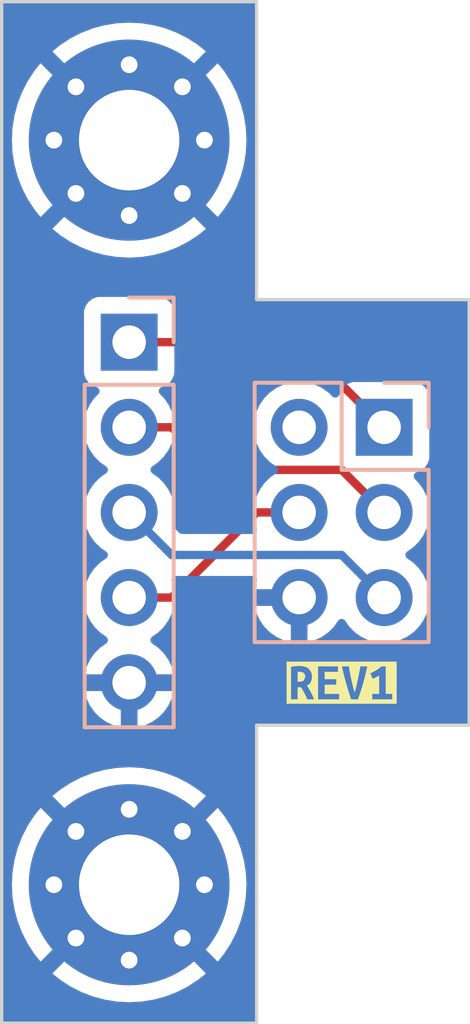
<source format=kicad_pcb>
(kicad_pcb (version 20221018) (generator pcbnew)
  (layers (0 "F.Cu" signal) (31 "B.Cu" signal) (34 "B.Paste" user) (35 "F.Paste" user) (36 "B.SilkS" user "B.Silkscreen") (37 "F.SilkS" user "F.Silkscreen") (38 "B.Mask" user) (39 "F.Mask" user) (44 "Edge.Cuts" user))
  (net 0 "")
  (net 1 "MISO")
  (net 2 "SCK")
  (net 3 "RST")
  (net 4 "MOSI")
  (net 5 "GND")
  (footprint "MountingHole:MountingHole_3mm_Pad_Via" (layer "F.Cu") (at 137.16 64.44901)
    (fp_text reference "H1" hide)
    (fp_text value "MountingHole_Pad" hide)
    (pad "1" thru_hole circle (at -2.25 0) (size 0.8 0.8) (drill 0.5) (layers "*.Cu" "*.Mask") (net 5 "GND"))
    (pad "1" thru_hole circle (at -1.59099 -1.59099) (size 0.8 0.8) (drill 0.5) (layers "*.Cu" "*.Mask") (net 5 "GND"))
    (pad "1" thru_hole circle (at -1.59099 1.59099) (size 0.8 0.8) (drill 0.5) (layers "*.Cu" "*.Mask") (net 5 "GND"))
    (pad "1" thru_hole circle (at 0 -2.25) (size 0.8 0.8) (drill 0.5) (layers "*.Cu" "*.Mask") (net 5 "GND"))
    (pad "1" thru_hole circle (at 0 0) (size 6 6) (drill 3) (layers "*.Cu" "*.Mask") (net 5 "GND"))
    (pad "1" thru_hole circle (at 0 2.25) (size 0.8 0.8) (drill 0.5) (layers "*.Cu" "*.Mask") (net 5 "GND"))
    (pad "1" thru_hole circle (at 1.59099 -1.59099) (size 0.8 0.8) (drill 0.5) (layers "*.Cu" "*.Mask") (net 5 "GND"))
    (pad "1" thru_hole circle (at 1.59099 1.59099) (size 0.8 0.8) (drill 0.5) (layers "*.Cu" "*.Mask") (net 5 "GND"))
    (pad "1" thru_hole circle (at 2.25 0) (size 0.8 0.8) (drill 0.5) (layers "*.Cu" "*.Mask") (net 5 "GND"))
  )
  (footprint "kibuzzard-64B22C68" (layer "F.Cu") (at 143.51 58.42)
    (fp_text reference "kibuzzard-64B22C68" hide)
    (fp_text value "G***" hide)
    (fp_poly (pts (xy -1.085056 -0.176213) (xy -1.096963 -0.243681) (xy -1.132681 -0.290512) (xy -1.187847 -0.317897) (xy -1.258094 -0.327025) (xy -1.285081 -0.326231) (xy -1.316831 -0.322263) (xy -1.316831 -0.026988) (xy -1.273969 -0.026988) (xy -1.187847 -0.036711) (xy -1.129506 -0.065881) (xy -1.085056 -0.176213)) (fill solid) (layer "F.SilkS"))
    (fp_poly (pts (xy -1.512094 -0.629179) (xy -1.644385 -0.629179) (xy -1.644385 0.629179) (xy -1.512094 0.629179) (xy -0.821531 0.629179) (xy -0.821531 0.496888) (xy -1.026319 0.496888) (xy -1.065808 0.403423) (xy -1.11125 0.313531) (xy -1.161455 0.22483) (xy -1.215231 0.134937) (xy -1.316831 0.134937) (xy -1.316831 0.496888) (xy -1.512094 0.496888) (xy -1.512094 -0.471488) (xy -1.449388 -0.483394) (xy -1.380331 -0.491331) (xy -1.313656 -0.4953) (xy -1.258094 -0.496888) (xy -1.177925 -0.492125) (xy -1.105694 -0.477838) (xy -1.042194 -0.453628) (xy -0.988219 -0.4191) (xy -0.912812 -0.318294) (xy -0.893167 -0.251817) (xy -0.886619 -0.174625) (xy -0.89535 -0.092869) (xy -0.921544 -0.01905) (xy -0.967978 0.042466) (xy -1.037431 0.087313) (xy -0.980281 0.178594) (xy -0.921544 0.283369) (xy -0.866775 0.392906) (xy -0.821531 0.496888) (xy -0.821531 0.629179) (xy -0.704056 0.629179) (xy -0.704056 0.496888) (xy -0.704056 -0.485775) (xy -0.108744 -0.485775) (xy -0.108744 -0.32385) (xy -0.508794 -0.32385) (xy -0.508794 -0.103188) (xy -0.161131 -0.103188) (xy -0.161131 0.058737) (xy -0.508794 0.058737) (xy -0.508794 0.334963) (xy -0.073819 0.334963) (xy -0.073819 0.496888) (xy -0.704056 0.496888) (xy -0.704056 0.629179) (xy 0.284956 0.629179) (xy 0.284956 0.496888) (xy 0.245666 0.380206) (xy 0.203994 0.249238) (xy 0.175948 0.157251) (xy 0.14896 0.06544) (xy 0.123031 -0.026194) (xy 0.098513 -0.116064) (xy 0.075759 -0.202583) (xy 0.054769 -0.28575) (xy 0.028575 -0.396875) (xy 0.010319 -0.485775) (xy 0.216694 -0.485775) (xy 0.2286 -0.403423) (xy 0.245269 -0.308769) (xy 0.265311 -0.206375) (xy 0.287338 -0.100806) (xy 0.31115 0.005556) (xy 0.33655 0.110331) (xy 0.362545 0.208955) (xy 0.388144 0.296863) (xy 0.413544 0.210145) (xy 0.438944 0.111919) (xy 0.46355 0.007144) (xy 0.486569 -0.099219) (xy 0.508 -0.204986) (xy 0.527844 -0.307975) (xy 0.545306 -0.403225) (xy 0.559594 -0.485775) (xy 0.764381 -0.485775) (xy 0.743148 -0.384969) (xy 0.71755 -0.27305) (xy 0.687784 -0.152598) (xy 0.65405 -0.026194) (xy 0.629444 0.06059) (xy 0.60325 0.148431) (xy 0.575469 0.237331) (xy 0.546541 0.32579) (xy 0.516908 0.412309) (xy 0.486569 0.496888) (xy 0.284956 0.496888) (xy 0.284956 0.629179) (xy 1.512094 0.629179) (xy 1.512094 0.496888) (xy 0.915194 0.496888) (xy 0.915194 0.334963) (xy 1.121569 0.334963) (xy 1.121569 -0.214313) (xy 1.019969 -0.157956) (xy 0.923131 -0.119062) (xy 0.859631 -0.280987) (xy 0.942181 -0.3175) (xy 1.031081 -0.366713) (xy 1.115219 -0.423863) (xy 1.183481 -0.485775) (xy 1.316831 -0.485775) (xy 1.316831 0.334963) (xy 1.512094 0.334963) (xy 1.512094 0.496888) (xy 1.512094 0.629179) (xy 1.644385 0.629179) (xy 1.644385 -0.629179) (xy 1.512094 -0.629179) (xy -1.512094 -0.629179)) (fill solid) (layer "F.SilkS"))
  )
  (footprint "MountingHole:MountingHole_3mm_Pad_Via" (layer "F.Cu") (at 137.16 42.23099)
    (fp_text reference "H2" hide)
    (fp_text value "MountingHole_Pad" hide)
    (pad "1" thru_hole circle (at -2.25 0) (size 0.8 0.8) (drill 0.5) (layers "*.Cu" "*.Mask") (net 5 "GND"))
    (pad "1" thru_hole circle (at -1.59099 -1.59099) (size 0.8 0.8) (drill 0.5) (layers "*.Cu" "*.Mask") (net 5 "GND"))
    (pad "1" thru_hole circle (at -1.59099 1.59099) (size 0.8 0.8) (drill 0.5) (layers "*.Cu" "*.Mask") (net 5 "GND"))
    (pad "1" thru_hole circle (at 0 -2.25) (size 0.8 0.8) (drill 0.5) (layers "*.Cu" "*.Mask") (net 5 "GND"))
    (pad "1" thru_hole circle (at 0 0) (size 6 6) (drill 3) (layers "*.Cu" "*.Mask") (net 5 "GND"))
    (pad "1" thru_hole circle (at 0 2.25) (size 0.8 0.8) (drill 0.5) (layers "*.Cu" "*.Mask") (net 5 "GND"))
    (pad "1" thru_hole circle (at 1.59099 -1.59099) (size 0.8 0.8) (drill 0.5) (layers "*.Cu" "*.Mask") (net 5 "GND"))
    (pad "1" thru_hole circle (at 1.59099 1.59099) (size 0.8 0.8) (drill 0.5) (layers "*.Cu" "*.Mask") (net 5 "GND"))
    (pad "1" thru_hole circle (at 2.25 0) (size 0.8 0.8) (drill 0.5) (layers "*.Cu" "*.Mask") (net 5 "GND"))
  )
  (footprint "Connector_PinHeader_2.54mm:PinHeader_1x05_P2.54mm_Vertical" (layer "B.Cu") (at 137.16 48.26 180)
    (fp_text reference "J1" hide)
    (fp_text value "Conn_01x05_Pin" hide)
    (fp_line (start -1.33 -11.49) (end 1.33 -11.49) (stroke (width 0.12)) (layer "B.SilkS"))
    (fp_line (start -1.33 -1.27) (end -1.33 -11.49) (stroke (width 0.12)) (layer "B.SilkS"))
    (fp_line (start -1.33 -1.27) (end 1.33 -1.27) (stroke (width 0.12)) (layer "B.SilkS"))
    (fp_line (start -1.33 0) (end -1.33 1.33) (stroke (width 0.12)) (layer "B.SilkS"))
    (fp_line (start -1.33 1.33) (end 0 1.33) (stroke (width 0.12)) (layer "B.SilkS"))
    (fp_line (start 1.33 -1.27) (end 1.33 -11.49) (stroke (width 0.12)) (layer "B.SilkS"))
    (pad "1" thru_hole rect (at 0 0 180) (size 1.7 1.7) (drill 1) (layers "*.Cu" "*.Mask") (net 1 "MISO"))
    (pad "2" thru_hole oval (at 0 -2.54 180) (size 1.7 1.7) (drill 1) (layers "*.Cu" "*.Mask") (net 2 "SCK"))
    (pad "3" thru_hole oval (at 0 -5.08 180) (size 1.7 1.7) (drill 1) (layers "*.Cu" "*.Mask") (net 3 "RST"))
    (pad "4" thru_hole oval (at 0 -7.62 180) (size 1.7 1.7) (drill 1) (layers "*.Cu" "*.Mask") (net 4 "MOSI"))
    (pad "5" thru_hole oval (at 0 -10.16 180) (size 1.7 1.7) (drill 1) (layers "*.Cu" "*.Mask") (net 5 "GND"))
  )
  (footprint "Connector_PinHeader_2.54mm:PinHeader_2x03_P2.54mm_Vertical" (layer "B.Cu") (at 144.78 50.8 180)
    (fp_text reference "J2" hide)
    (fp_text value "Conn_02x03_Odd_Even" hide)
    (fp_line (start -1.33 -6.41) (end 3.87 -6.41) (stroke (width 0.12)) (layer "B.SilkS"))
    (fp_line (start -1.33 -1.27) (end -1.33 -6.41) (stroke (width 0.12)) (layer "B.SilkS"))
    (fp_line (start -1.33 -1.27) (end 1.27 -1.27) (stroke (width 0.12)) (layer "B.SilkS"))
    (fp_line (start -1.33 0) (end -1.33 1.33) (stroke (width 0.12)) (layer "B.SilkS"))
    (fp_line (start -1.33 1.33) (end 0 1.33) (stroke (width 0.12)) (layer "B.SilkS"))
    (fp_line (start 1.27 -1.27) (end 1.27 1.33) (stroke (width 0.12)) (layer "B.SilkS"))
    (fp_line (start 1.27 1.33) (end 3.87 1.33) (stroke (width 0.12)) (layer "B.SilkS"))
    (fp_line (start 3.87 1.33) (end 3.87 -6.41) (stroke (width 0.12)) (layer "B.SilkS"))
    (pad "1" thru_hole rect (at 0 0 180) (size 1.7 1.7) (drill 1) (layers "*.Cu" "*.Mask") (net 1 "MISO"))
    (pad "2" thru_hole oval (at 2.54 0 180) (size 1.7 1.7) (drill 1) (layers "*.Cu" "*.Mask"))
    (pad "3" thru_hole oval (at 0 -2.54 180) (size 1.7 1.7) (drill 1) (layers "*.Cu" "*.Mask") (net 2 "SCK"))
    (pad "4" thru_hole oval (at 2.54 -2.54 180) (size 1.7 1.7) (drill 1) (layers "*.Cu" "*.Mask") (net 4 "MOSI"))
    (pad "5" thru_hole oval (at 0 -5.08 180) (size 1.7 1.7) (drill 1) (layers "*.Cu" "*.Mask") (net 3 "RST"))
    (pad "6" thru_hole oval (at 2.54 -5.08 180) (size 1.7 1.7) (drill 1) (layers "*.Cu" "*.Mask") (net 5 "GND"))
  )
  (gr_line (start 140.97 68.58) (end 133.35 68.58) (stroke (width 0.1)) (layer "Edge.Cuts"))
  (gr_line (start 147.32 46.99) (end 147.32 59.69) (stroke (width 0.1)) (layer "Edge.Cuts"))
  (gr_line (start 133.35 41.91) (end 133.35 38.1) (stroke (width 0.1)) (layer "Edge.Cuts"))
  (gr_line (start 140.97 59.69) (end 140.97 68.58) (stroke (width 0.1)) (layer "Edge.Cuts"))
  (gr_line (start 140.97 46.99) (end 147.32 46.99) (stroke (width 0.1)) (layer "Edge.Cuts"))
  (gr_line (start 133.35 38.1) (end 140.97 38.1) (stroke (width 0.1)) (layer "Edge.Cuts"))
  (gr_line (start 147.32 59.69) (end 140.97 59.69) (stroke (width 0.1)) (layer "Edge.Cuts"))
  (gr_line (start 133.35 68.58) (end 133.35 41.91) (stroke (width 0.1)) (layer "Edge.Cuts"))
  (gr_line (start 140.97 38.1) (end 140.97 46.99) (stroke (width 0.1)) (layer "Edge.Cuts"))
  (segment (start 137.16 48.26) (end 142.24 48.26) (width 0.25) (layer "F.Cu") (net 1))
  (segment (start 142.24 48.26) (end 144.78 50.8) (width 0.25) (layer "F.Cu") (net 1))
  (segment (start 137.16 50.8) (end 138.43 50.8) (width 0.25) (layer "F.Cu") (net 2))
  (segment (start 139.7 52.07) (end 143.51 52.07) (width 0.25) (layer "F.Cu") (net 2))
  (segment (start 143.51 52.07) (end 144.78 53.34) (width 0.25) (layer "F.Cu") (net 2))
  (segment (start 138.43 50.8) (end 139.7 52.07) (width 0.25) (layer "F.Cu") (net 2))
  (segment (start 138.43 54.61) (end 143.51 54.61) (width 0.25) (layer "B.Cu") (net 3))
  (segment (start 143.51 54.61) (end 144.78 55.88) (width 0.25) (layer "B.Cu") (net 3))
  (segment (start 137.16 53.34) (end 138.43 54.61) (width 0.25) (layer "B.Cu") (net 3))
  (segment (start 140.97 53.34) (end 142.24 53.34) (width 0.25) (layer "F.Cu") (net 4))
  (segment (start 137.16 55.88) (end 138.43 55.88) (width 0.25) (layer "F.Cu") (net 4))
  (segment (start 138.43 55.88) (end 140.97 53.34) (width 0.25) (layer "F.Cu") (net 4))
  (zone (net 5) (net_name "GND") (layer "B.Cu") (connect_pads (clearance 0.5)) (min_thickness 0.25) (fill yes (thermal_gap 0.5) (thermal_bridge_width 0.5))
    (polygon (pts (xy 133.35 38.1) (xy 133.35 68.58) (xy 140.97 68.58) (xy 140.97 59.69) (xy 147.32 59.69) (xy 147.32 46.99) (xy 140.97 46.99) (xy 140.97 38.1)))
  )
)
</source>
